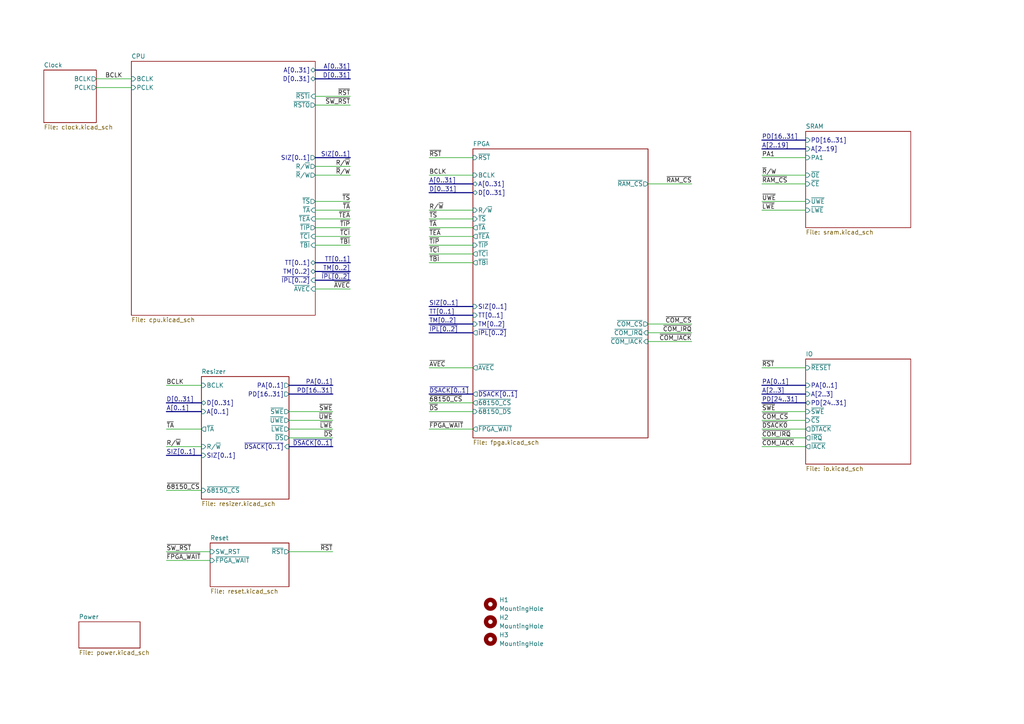
<source format=kicad_sch>
(kicad_sch (version 20231120) (generator "eeschema") (generator_version "8.0")
  (paper "A4")
  (lib_symbols
    (symbol "Mechanical:MountingHole" (pin_names (offset 1.016))
      (property "Reference" "H" (at 0 5.08 0))
      (property "Value" "MountingHole" (at 0 3.175 0))
      (symbol "MountingHole_0_1"
        (circle (center 0 0) (radius 1.27) (stroke (width 1.27)))
      )
    )
  )
  (wire (pts (xy 91.44 58.42) (xy 101.6 58.42)))
  (wire (pts (xy 124.46 124.46) (xy 137.16 124.46)))
  (bus (pts (xy 83.82 129.54) (xy 96.52 129.54)))
  (wire (pts (xy 220.98 106.68) (xy 233.68 106.68)))
  (wire (pts (xy 48.26 142.24) (xy 58.42 142.24)))
  (wire (pts (xy 124.46 45.72) (xy 137.16 45.72)))
  (wire (pts (xy 83.82 121.92) (xy 96.52 121.92)))
  (wire (pts (xy 91.44 63.5) (xy 101.6 63.5)))
  (wire (pts (xy 200.66 96.52) (xy 187.96 96.52)))
  (bus (pts (xy 48.26 116.84) (xy 58.42 116.84)))
  (wire (pts (xy 124.46 73.66) (xy 137.16 73.66)))
  (wire (pts (xy 83.82 127) (xy 96.52 127)))
  (wire (pts (xy 91.44 30.48) (xy 101.6 30.48)))
  (bus (pts (xy 124.46 88.9) (xy 137.16 88.9)))
  (wire (pts (xy 220.98 45.72) (xy 233.68 45.72)))
  (bus (pts (xy 58.42 119.38) (xy 48.26 119.38)))
  (wire (pts (xy 27.94 22.86) (xy 38.1 22.86)))
  (bus (pts (xy 137.16 53.34) (xy 124.46 53.34)))
  (bus (pts (xy 96.52 111.76) (xy 83.82 111.76)))
  (wire (pts (xy 124.46 68.58) (xy 137.16 68.58)))
  (wire (pts (xy 91.44 27.94) (xy 101.6 27.94)))
  (wire (pts (xy 27.94 25.4) (xy 38.1 25.4)))
  (wire (pts (xy 124.46 63.5) (xy 137.16 63.5)))
  (wire (pts (xy 48.26 162.56) (xy 60.96 162.56)))
  (bus (pts (xy 101.6 22.86) (xy 91.44 22.86)))
  (wire (pts (xy 200.66 99.06) (xy 187.96 99.06)))
  (wire (pts (xy 233.68 53.34) (xy 220.98 53.34)))
  (bus (pts (xy 124.46 96.52) (xy 137.16 96.52)))
  (wire (pts (xy 58.42 129.54) (xy 48.26 129.54)))
  (wire (pts (xy 220.98 124.46) (xy 233.68 124.46)))
  (wire (pts (xy 233.68 58.42) (xy 220.98 58.42)))
  (wire (pts (xy 233.68 121.92) (xy 220.98 121.92)))
  (bus (pts (xy 91.44 20.32) (xy 101.6 20.32)))
  (wire (pts (xy 91.44 66.04) (xy 101.6 66.04)))
  (wire (pts (xy 124.46 66.04) (xy 137.16 66.04)))
  (wire (pts (xy 220.98 50.8) (xy 233.68 50.8)))
  (wire (pts (xy 101.6 50.8) (xy 91.44 50.8)))
  (bus (pts (xy 124.46 91.44) (xy 137.16 91.44)))
  (bus (pts (xy 48.26 132.08) (xy 58.42 132.08)))
  (bus (pts (xy 124.46 93.98) (xy 137.16 93.98)))
  (wire (pts (xy 220.98 129.54) (xy 233.68 129.54)))
  (wire (pts (xy 220.98 127) (xy 233.68 127)))
  (wire (pts (xy 187.96 53.34) (xy 200.66 53.34)))
  (bus (pts (xy 220.98 116.84) (xy 233.68 116.84)))
  (bus (pts (xy 91.44 78.74) (xy 101.6 78.74)))
  (bus (pts (xy 124.46 55.88) (xy 137.16 55.88)))
  (wire (pts (xy 220.98 119.38) (xy 233.68 119.38)))
  (wire (pts (xy 233.68 60.96) (xy 220.98 60.96)))
  (bus (pts (xy 220.98 40.64) (xy 233.68 40.64)))
  (wire (pts (xy 137.16 106.68) (xy 124.46 106.68)))
  (bus (pts (xy 220.98 114.3) (xy 233.68 114.3)))
  (wire (pts (xy 60.96 160.02) (xy 48.26 160.02)))
  (bus (pts (xy 101.6 45.72) (xy 91.44 45.72)))
  (bus (pts (xy 91.44 81.28) (xy 101.6 81.28)))
  (wire (pts (xy 124.46 71.12) (xy 137.16 71.12)))
  (wire (pts (xy 91.44 68.58) (xy 101.6 68.58)))
  (wire (pts (xy 91.44 60.96) (xy 101.6 60.96)))
  (bus (pts (xy 220.98 111.76) (xy 233.68 111.76)))
  (wire (pts (xy 83.82 124.46) (xy 96.52 124.46)))
  (wire (pts (xy 137.16 119.38) (xy 124.46 119.38)))
  (bus (pts (xy 96.52 114.3) (xy 83.82 114.3)))
  (wire (pts (xy 124.46 60.96) (xy 137.16 60.96)))
  (bus (pts (xy 91.44 76.2) (xy 101.6 76.2)))
  (wire (pts (xy 48.26 111.76) (xy 58.42 111.76)))
  (wire (pts (xy 187.96 93.98) (xy 200.66 93.98)))
  (wire (pts (xy 124.46 76.2) (xy 137.16 76.2)))
  (wire (pts (xy 96.52 119.38) (xy 83.82 119.38)))
  (wire (pts (xy 96.52 160.02) (xy 83.82 160.02)))
  (wire (pts (xy 91.44 83.82) (xy 101.6 83.82)))
  (wire (pts (xy 58.42 124.46) (xy 48.26 124.46)))
  (wire (pts (xy 91.44 71.12) (xy 101.6 71.12)))
  (wire (pts (xy 91.44 48.26) (xy 101.6 48.26)))
  (wire (pts (xy 124.46 116.84) (xy 137.16 116.84)))
  (bus (pts (xy 220.98 43.18) (xy 233.68 43.18)))
  (bus (pts (xy 137.16 114.3) (xy 124.46 114.3)))
  (wire (pts (xy 124.46 50.8) (xy 137.16 50.8)))
  (label "TT[0..1]" (at 124.46 91.44 0))
  (label "A[0..31]" (at 124.46 53.34 0))
  (label "D[0..31]" (at 101.6 22.86 180))
  (label "R{slash}~{W}" (at 101.6 48.26 180))
  (label "~{SW_RST}" (at 101.6 30.48 180))
  (label "~{AVEC}" (at 101.6 83.82 180))
  (label "~{FPGA_WAIT}" (at 124.46 124.46 0))
  (label "~{DSACK[0..1]}" (at 96.52 129.54 180))
  (label "PD[24..31]" (at 220.98 116.84 0))
  (label "PD[16..31]" (at 96.52 114.3 180))
  (label "SIZ[0..1]" (at 101.6 45.72 180))
  (label "~{TA}" (at 48.26 124.46 0))
  (label "SIZ[0..1]" (at 124.46 88.9 0))
  (label "~{TA}" (at 101.6 60.96 180))
  (label "~{RST}" (at 101.6 27.94 180))
  (label "~{SW_RST}" (at 48.26 160.02 0))
  (label "~{RAM_CS}" (at 200.66 53.34 180))
  (label "~{TEA}" (at 124.46 68.58 0))
  (label "R{slash}~{W}" (at 48.26 129.54 0))
  (label "~{TBI}" (at 124.46 76.2 0))
  (label "~{COM_IACK}" (at 220.98 129.54 0))
  (label "~{RST}" (at 124.46 45.72 0))
  (label "~{SWE}" (at 220.98 119.38 0))
  (label "~{UWE}" (at 96.52 121.92 180))
  (label "~{COM_CS}" (at 220.98 121.92 0))
  (label "~{TEA}" (at 101.6 63.5 180))
  (label "D[0..31]" (at 48.26 116.84 0))
  (label "BCLK" (at 30.48 22.86 0))
  (label "A[0..1]" (at 48.26 119.38 0))
  (label "~{TBI}" (at 101.6 71.12 180))
  (label "~{R}{slash}W" (at 220.98 50.8 0))
  (label "~{68150_CS}" (at 124.46 116.84 0))
  (label "~{COM_IRQ}" (at 220.98 127 0))
  (label "~{TCI}" (at 101.6 68.58 180))
  (label "SIZ[0..1]" (at 48.26 132.08 0))
  (label "~{TIP}" (at 124.46 71.12 0))
  (label "TM[0..2]" (at 101.6 78.74 180))
  (label "~{IPL[0..2]}" (at 124.46 96.52 0))
  (label "~{LWE}" (at 96.52 124.46 180))
  (label "~{DS}" (at 96.52 127 180))
  (label "~{RST}" (at 96.52 160.02 180))
  (label "PA[0..1]" (at 96.52 111.76 180))
  (label "~{RAM_CS}" (at 220.98 53.34 0))
  (label "~{R}{slash}W" (at 101.6 50.8 180))
  (label "BCLK" (at 48.26 111.76 0))
  (label "R{slash}~{W}" (at 124.46 60.96 0))
  (label "~{IPL[0..2]}" (at 101.6 81.28 180))
  (label "~{COM_IACK}" (at 200.66 99.06 180))
  (label "PA1" (at 220.98 45.72 0))
  (label "PA[0..1]" (at 220.98 111.76 0))
  (label "~{LWE}" (at 220.98 60.96 0))
  (label "~{SWE}" (at 96.52 119.38 180))
  (label "~{RST}" (at 220.98 106.68 0))
  (label "TM[0..2]" (at 124.46 93.98 0))
  (label "A[2..3]" (at 220.98 114.3 0))
  (label "~{DS}" (at 124.46 119.38 0))
  (label "~{UWE}" (at 220.98 58.42 0))
  (label "D[0..31]" (at 124.46 55.88 0))
  (label "~{DSACK0}" (at 220.98 124.46 0))
  (label "A[0..31]" (at 101.6 20.32 180))
  (label "~{TCI}" (at 124.46 73.66 0))
  (label "~{TS}" (at 124.46 63.5 0))
  (label "~{COM_IRQ}" (at 200.66 96.52 180))
  (label "~{TS}" (at 101.6 58.42 180))
  (label "~{DSACK[0..1]}" (at 124.46 114.3 0))
  (label "A[2..19]" (at 220.98 43.18 0))
  (label "~{FPGA_WAIT}" (at 48.26 162.56 0))
  (label "TT[0..1]" (at 101.6 76.2 180))
  (label "~{AVEC}" (at 124.46 106.68 0))
  (label "PD[16..31]" (at 220.98 40.64 0))
  (label "~{TIP}" (at 101.6 66.04 180))
  (label "BCLK" (at 124.46 50.8 0))
  (label "~{COM_CS}" (at 200.66 93.98 180))
  (label "~{68150_CS}" (at 48.26 142.24 0))
  (label "~{TA}" (at 124.46 66.04 0))
  (symbol (lib_id "Mechanical:MountingHole") (at 142.24 180.34 0) (unit 1)
    (property "Reference" "H2" (at 144.78 179.07 0) (effects (justify left)))
    (property "Value" "MountingHole" (at 144.78 181.61 0) (effects (justify left)))
    (property "Footprint" "MountingHole:MountingHole_3.2mm_M3" (effects (hide yes)))
  )
  (symbol (lib_id "Mechanical:MountingHole") (at 142.24 175.26 0) (unit 1)
    (property "Reference" "H1" (at 144.78 173.99 0) (effects (justify left)))
    (property "Value" "MountingHole" (at 144.78 176.53 0) (effects (justify left)))
    (property "Footprint" "MountingHole:MountingHole_3.2mm_M3" (effects (hide yes)))
  )
  (symbol (lib_id "Mechanical:MountingHole") (at 142.24 185.42 0) (unit 1)
    (property "Reference" "H3" (at 144.78 184.15 0) (effects (justify left)))
    (property "Value" "MountingHole" (at 144.78 186.69 0) (effects (justify left)))
    (property "Footprint" "MountingHole:MountingHole_3.2mm_M3" (effects (hide yes)))
  )
  (sheet (at 233.68 104.14) (size 30.48 30.48) (stroke (width 0.1524))
    (property "Sheetname" "IO" (at 233.68 103.4284 0) (effects (justify left bottom)))
    (property "Sheetfile" "io.kicad_sch" (at 233.68 135.2046 0) (effects (justify left top)))
    (property "Voltage" "5V" (effects (hide yes)))
    (pin "PA[0..1]" input (at 233.68 111.76 180))
    (pin "A[2..3]" input (at 233.68 114.3 180))
    (pin "PD[24..31]" bidirectional (at 233.68 116.84 180))
    (pin "~{IRQ}" output (at 233.68 127 180))
    (pin "~{IACK}" output (at 233.68 129.54 180))
    (pin "~{SWE}" input (at 233.68 119.38 180))
    (pin "~{RESET}" input (at 233.68 106.68 180))
    (pin "~{DTACK}" output (at 233.68 124.46 180))
    (pin "~{CS}" input (at 233.68 121.92 180))
  )
  (sheet (at 22.86 180.34) (size 17.78 7.62) (stroke (width 0.1524))
    (property "Sheetname" "Power" (at 22.86 179.6284 0) (effects (justify left bottom)))
    (property "Sheetfile" "power.kicad_sch" (at 22.86 188.5446 0) (effects (justify left top)))
  )
  (sheet (at 58.42 109.22) (size 25.4 35.56) (stroke (width 0.1524))
    (property "Sheetname" "Resizer" (at 58.42 108.5084 0) (effects (justify left bottom)))
    (property "Sheetfile" "resizer.kicad_sch" (at 58.42 145.3646 0) (effects (justify left top)))
    (pin "PA[0..1]" output (at 83.82 111.76 0))
    (pin "PD[16..31]" output (at 83.82 114.3 0))
    (pin "D[0..31]" bidirectional (at 58.42 116.84 180))
    (pin "~{DSACK[0..1]}" input (at 83.82 129.54 0))
    (pin "~{SWE}" output (at 83.82 119.38 0))
    (pin "~{UWE}" output (at 83.82 121.92 0))
    (pin "~{LWE}" output (at 83.82 124.46 0))
    (pin "~{DS}" output (at 83.82 127 0))
    (pin "~{68150_CS}" input (at 58.42 142.24 180))
    (pin "BCLK" input (at 58.42 111.76 180))
    (pin "~{TA}" output (at 58.42 124.46 180))
    (pin "A[0..1]" input (at 58.42 119.38 180))
    (pin "SIZ[0..1]" input (at 58.42 132.08 180))
    (pin "R{slash}~{W}" input (at 58.42 129.54 180))
  )
  (sheet (at 12.7 20.32) (size 15.24 15.24) (stroke (width 0.1524))
    (property "Sheetname" "Clock" (at 12.7 19.6084 0) (effects (justify left bottom)))
    (property "Sheetfile" "clock.kicad_sch" (at 12.7 36.1446 0) (effects (justify left top)))
    (pin "BCLK" output (at 27.94 22.86 0))
    (pin "PCLK" output (at 27.94 25.4 0))
  )
  (sheet (at 137.16 43.18) (size 50.8 83.82) (stroke (width 0.1524))
    (property "Sheetname" "FPGA" (at 137.16 42.4684 0) (effects (justify left bottom)))
    (property "Sheetfile" "fpga.kicad_sch" (at 137.16 127.5846 0) (effects (justify left top)))
    (pin "~{68150_DS}" input (at 137.16 119.38 180))
    (pin "A[0..31]" bidirectional (at 137.16 53.34 180))
    (pin "BCLK" input (at 137.16 50.8 180))
    (pin "~{68150_CS}" output (at 137.16 116.84 180))
    (pin "~{RAM_CS}" output (at 187.96 53.34 0))
    (pin "~{COM_CS}" output (at 187.96 93.98 0))
    (pin "~{AVEC}" output (at 137.16 106.68 180))
    (pin "~{DSACK[0..1]}" output (at 137.16 114.3 180))
    (pin "~{TS}" input (at 137.16 63.5 180))
    (pin "~{TIP}" input (at 137.16 71.12 180))
    (pin "R{slash}~{W}" input (at 137.16 60.96 180))
    (pin "D[0..31]" bidirectional (at 137.16 55.88 180))
    (pin "~{TEA}" output (at 137.16 68.58 180))
    (pin "~{TA}" output (at 137.16 66.04 180))
    (pin "~{TBI}" output (at 137.16 76.2 180))
    (pin "~{TCI}" output (at 137.16 73.66 180))
    (pin "SIZ[0..1]" input (at 137.16 88.9 180))
    (pin "TT[0..1]" input (at 137.16 91.44 180))
    (pin "TM[0..2]" input (at 137.16 93.98 180))
    (pin "~{COM_IRQ}" input (at 187.96 96.52 0))
    (pin "~{COM_IACK}" input (at 187.96 99.06 0))
    (pin "~{IPL[0..2]}" output (at 137.16 96.52 180))
    (pin "~{FPGA_WAIT}" output (at 137.16 124.46 180))
    (pin "~{RST}" input (at 137.16 45.72 180))
  )
  (sheet (at 38.1 17.78) (size 53.34 73.66) (stroke (width 0.1524))
    (property "Sheetname" "CPU" (at 38.1 17.0684 0) (effects (justify left bottom)))
    (property "Sheetfile" "cpu.kicad_sch" (at 38.1 92.0246 0) (effects (justify left top)))
    (pin "PCLK" input (at 38.1 25.4 180))
    (pin "BCLK" input (at 38.1 22.86 180))
    (pin "D[0..31]" bidirectional (at 91.44 22.86 0))
    (pin "TT[0..1]" bidirectional (at 91.44 76.2 0))
    (pin "A[0..31]" bidirectional (at 91.44 20.32 0))
    (pin "SIZ[0..1]" output (at 91.44 45.72 0))
    (pin "TM[0..2]" bidirectional (at 91.44 78.74 0))
    (pin "R{slash}~{W}" output (at 91.44 48.26 0))
    (pin "~{AVEC}" input (at 91.44 83.82 0))
    (pin "~{RSTI}" input (at 91.44 27.94 0))
    (pin "~{RSTO}" output (at 91.44 30.48 0))
    (pin "~{IPL[0..2]}" input (at 91.44 81.28 0))
    (pin "~{R}{slash}W" output (at 91.44 50.8 0))
    (pin "~{TCI}" input (at 91.44 68.58 0))
    (pin "~{TBI}" input (at 91.44 71.12 0))
    (pin "~{TEA}" input (at 91.44 63.5 0))
    (pin "~{TS}" output (at 91.44 58.42 0))
    (pin "~{TA}" input (at 91.44 60.96 0))
    (pin "~{TIP}" output (at 91.44 66.04 0))
  )
  (sheet (at 233.68 38.1) (size 30.48 27.94) (stroke (width 0.1524))
    (property "Sheetname" "SRAM" (at 233.68 37.3884 0) (effects (justify left bottom)))
    (property "Sheetfile" "sram.kicad_sch" (at 233.68 66.6246 0) (effects (justify left top)))
    (property "Voltage" "5V" (effects (hide yes)))
    (pin "~{OE}" input (at 233.68 50.8 180))
    (pin "~{CE}" input (at 233.68 53.34 180))
    (pin "~{LWE}" input (at 233.68 60.96 180))
    (pin "PD[16..31]" input (at 233.68 40.64 180))
    (pin "PA1" input (at 233.68 45.72 180))
    (pin "A[2..19]" input (at 233.68 43.18 180))
    (pin "~{UWE}" input (at 233.68 58.42 180))
  )
  (sheet (at 60.96 157.48) (size 22.86 12.7) (stroke (width 0.1524))
    (property "Sheetname" "Reset" (at 60.96 156.7684 0) (effects (justify left bottom)))
    (property "Sheetfile" "reset.kicad_sch" (at 60.96 170.7646 0) (effects (justify left top)))
    (pin "~{RST}" output (at 83.82 160.02 0))
    (pin "SW_RST" input (at 60.96 160.02 180))
    (pin "~{FPGA_WAIT}" input (at 60.96 162.56 180))
  )
)
</source>
